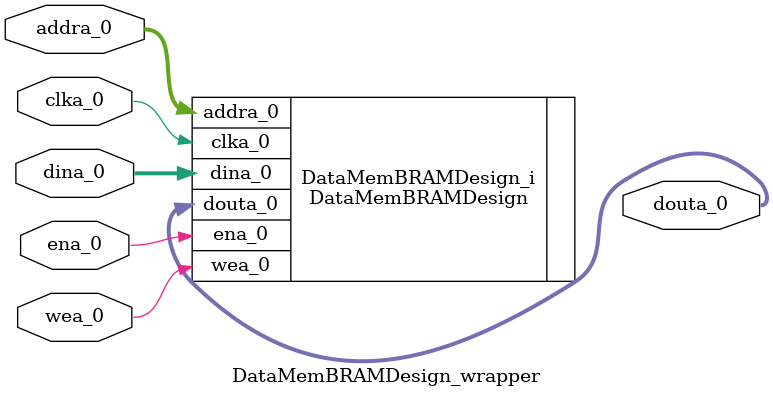
<source format=v>
`timescale 1 ps / 1 ps

module DataMemBRAMDesign_wrapper
   (addra_0,
    clka_0,
    dina_0,
    douta_0,
    ena_0,
    wea_0);
  input [8:0]addra_0;
  input clka_0;
  input [7:0]dina_0;
  output [7:0]douta_0;
  input ena_0;
  input [0:0]wea_0;

  wire [8:0]addra_0;
  wire clka_0;
  wire [7:0]dina_0;
  wire [7:0]douta_0;
  wire ena_0;
  wire [0:0]wea_0;

  DataMemBRAMDesign DataMemBRAMDesign_i
       (.addra_0(addra_0),
        .clka_0(clka_0),
        .dina_0(dina_0),
        .douta_0(douta_0),
        .ena_0(ena_0),
        .wea_0(wea_0));
endmodule

</source>
